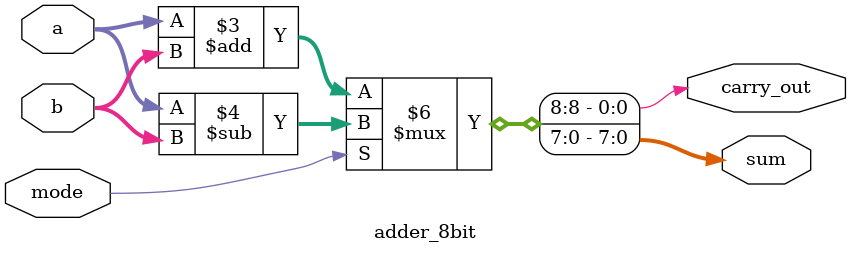
<source format=sv>
`timescale 1ns / 1ps
module adder_8bit(
    input logic [7:0] a,
    input logic [7:0] b,
    input logic mode,
    output logic [7:0] sum,
    output logic carry_out
    );

    always_comb begin : mode_select
        if (mode == 1'b0) begin
            {carry_out, sum} = a + b; // Addition
        end else begin
            {carry_out, sum} = a - b; // Subtraction
        end
    end

endmodule

</source>
